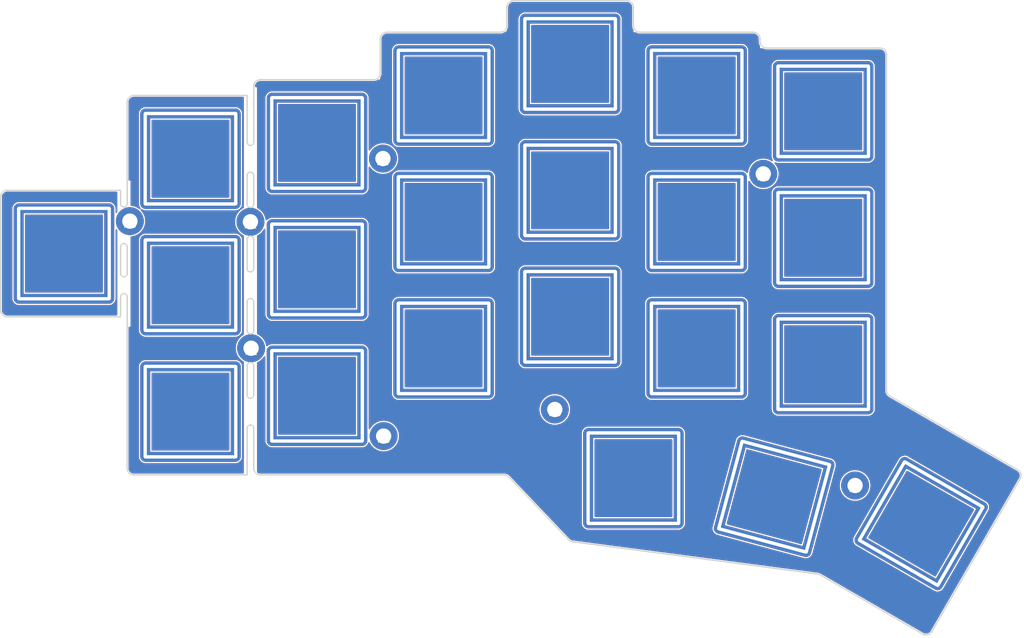
<source format=kicad_pcb>
(kicad_pcb (version 20211014) (generator pcbnew)
  (layers (0 "F.Cu" signal) (31 "B.Cu" signal) (34 "B.Paste" user) (35 "F.Paste" user) (36 "B.SilkS" user "B.Silkscreen") (37 "F.SilkS" user "F.Silkscreen") (38 "B.Mask" user) (39 "F.Mask" user) (44 "Edge.Cuts" user))
  (net 0 "")
  (footprint "kbd:SW_Hole_TH" (layer "F.Cu") (at 42.721463 76.099368)
    (fp_text reference "K18" hide)
    (fp_text value "KEYSW" hide)
    (pad "1" thru_hole oval (at 6.8 0) (size 1.5 15) (drill oval 0.5 14) (layers *.Cu *.Mask))
    (pad "1" thru_hole oval (at -6.8 0) (size 1.5 15) (drill oval 0.5 14) (layers *.Cu *.Mask))
    (pad "1" thru_hole oval (at 0 6.8 90) (size 1.5 15) (drill oval 0.5 14) (layers *.Cu *.Mask))
    (pad "1" thru_hole oval (at 0 -6.8 90) (size 1.5 15) (drill oval 0.5 14) (layers *.Cu *.Mask))
  )
  (footprint "kbd:SW_Hole_TH" (layer "F.Cu") (at 118.721463 47.599367)
    (fp_text reference "K21" hide)
    (fp_text value "KEYSW" hide)
    (pad "1" thru_hole oval (at -6.8 0) (size 1.5 15) (drill oval 0.5 14) (layers *.Cu *.Mask))
    (pad "1" thru_hole oval (at 6.8 0) (size 1.5 15) (drill oval 0.5 14) (layers *.Cu *.Mask))
    (pad "1" thru_hole oval (at 0 -6.8 90) (size 1.5 15) (drill oval 0.5 14) (layers *.Cu *.Mask))
    (pad "1" thru_hole oval (at 0 6.8 90) (size 1.5 15) (drill oval 0.5 14) (layers *.Cu *.Mask))
  )
  (footprint "kbd:SW_Hole_TH" (layer "F.Cu") (at 42.721463 57.099368)
    (fp_text reference "K14" hide)
    (fp_text value "KEYSW" hide)
    (pad "1" thru_hole oval (at 0 -6.8 90) (size 1.5 15) (drill oval 0.5 14) (layers *.Cu *.Mask))
    (pad "1" thru_hole oval (at 0 6.8 90) (size 1.5 15) (drill oval 0.5 14) (layers *.Cu *.Mask))
    (pad "1" thru_hole oval (at -6.8 0) (size 1.5 15) (drill oval 0.5 14) (layers *.Cu *.Mask))
    (pad "1" thru_hole oval (at 6.8 0) (size 1.5 15) (drill oval 0.5 14) (layers *.Cu *.Mask))
  )
  (footprint "kbd:SW_Hole_TH" (layer "F.Cu") (at 61.721463 35.724368)
    (fp_text reference "K13" hide)
    (fp_text value "KEYSW" hide)
    (pad "1" thru_hole oval (at 0 6.8 90) (size 1.5 15) (drill oval 0.5 14) (layers *.Cu *.Mask))
    (pad "1" thru_hole oval (at 0 -6.8 90) (size 1.5 15) (drill oval 0.5 14) (layers *.Cu *.Mask))
    (pad "1" thru_hole oval (at -6.8 0) (size 1.5 15) (drill oval 0.5 14) (layers *.Cu *.Mask))
    (pad "1" thru_hole oval (at 6.8 0) (size 1.5 15) (drill oval 0.5 14) (layers *.Cu *.Mask))
  )
  (footprint "kbd:SW_Hole_TH" (layer "F.Cu") (at 152.426296 92.925796 60)
    (fp_text reference "K22" hide)
    (fp_text value "KEYSW" hide)
    (pad "1" thru_hole oval (at -6.8 0 60) (size 1.5 15) (drill oval 0.5 14) (layers *.Cu *.Mask))
    (pad "1" thru_hole oval (at 0 -6.8 150) (size 1.5 15) (drill oval 0.5 14) (layers *.Cu *.Mask))
    (pad "1" thru_hole oval (at 0 6.8 150) (size 1.5 15) (drill oval 0.5 14) (layers *.Cu *.Mask))
    (pad "1" thru_hole oval (at 6.8 0 60) (size 1.5 15) (drill oval 0.5 14) (layers *.Cu *.Mask))
  )
  (footprint "kbd:M2_Hole_TH" (layer "F.Cu") (at 128.721463 40.374367)
    (fp_text reference "H8" (at 0 0.5) (layer "F.SilkS"))
    (fp_text value "MountingHole")
    (pad "" thru_hole circle (at 0 0) (size 4.2 4.2) (drill 2.3) (layers *.Cu *.Mask))
  )
  (footprint "kbd:SW_Hole_TH" (layer "F.Cu") (at 80.721463 66.599368)
    (fp_text reference "K9" hide)
    (fp_text value "KEYSW" hide)
    (pad "1" thru_hole oval (at -6.8 0) (size 1.5 15) (drill oval 0.5 14) (layers *.Cu *.Mask))
    (pad "1" thru_hole oval (at 0 -6.8 90) (size 1.5 15) (drill oval 0.5 14) (layers *.Cu *.Mask))
    (pad "1" thru_hole oval (at 0 6.8 90) (size 1.5 15) (drill oval 0.5 14) (layers *.Cu *.Mask))
    (pad "1" thru_hole oval (at 6.8 0) (size 1.5 15) (drill oval 0.5 14) (layers *.Cu *.Mask))
  )
  (footprint "kbd:M2_Hole_TH" (layer "F.Cu") (at 71.621463 38.074367)
    (fp_text reference "H4" (at 0 0.5) (layer "F.SilkS"))
    (fp_text value "MountingHole")
    (pad "" thru_hole circle (at 0 0) (size 4.2 4.2) (drill 2.3) (layers *.Cu *.Mask))
  )
  (footprint "kbd:SW_Hole_TH" (layer "F.Cu") (at 130.35654 88.881582 -15)
    (fp_text reference "K1" hide)
    (fp_text value "KEYSW" hide)
    (pad "1" thru_hole oval (at 0 -6.8 75) (size 1.5 15) (drill oval 0.5 14) (layers *.Cu *.Mask))
    (pad "1" thru_hole oval (at 0 6.8 75) (size 1.5 15) (drill oval 0.5 14) (layers *.Cu *.Mask))
    (pad "1" thru_hole oval (at -6.8 0 345) (size 1.5 15) (drill oval 0.5 14) (layers *.Cu *.Mask))
    (pad "1" thru_hole oval (at 6.8 0 345) (size 1.5 15) (drill oval 0.5 14) (layers *.Cu *.Mask))
  )
  (footprint "kbd:SW_Hole_TH" (layer "F.Cu") (at 99.721463 23.849368)
    (fp_text reference "K11" hide)
    (fp_text value "KEYSW" hide)
    (pad "1" thru_hole oval (at 0 -6.8 90) (size 1.5 15) (drill oval 0.5 14) (layers *.Cu *.Mask))
    (pad "1" thru_hole oval (at -6.8 0) (size 1.5 15) (drill oval 0.5 14) (layers *.Cu *.Mask))
    (pad "1" thru_hole oval (at 6.8 0) (size 1.5 15) (drill oval 0.5 14) (layers *.Cu *.Mask))
    (pad "1" thru_hole oval (at 0 6.8 90) (size 1.5 15) (drill oval 0.5 14) (layers *.Cu *.Mask))
  )
  (footprint "kbd:M2_Hole_TH" (layer "F.Cu") (at 51.821463 66.574367)
    (fp_text reference "H2" (at 0 0.5) (layer "F.SilkS"))
    (fp_text value "MountingHole")
    (pad "" thru_hole circle (at 0 0) (size 4.2 4.2) (drill 2.3) (layers *.Cu *.Mask))
  )
  (footprint "kbd:SW_Hole_TH" (layer "F.Cu") (at 42.721463 38.099368)
    (fp_text reference "K7" hide)
    (fp_text value "KEYSW" hide)
    (pad "1" thru_hole oval (at 0 -6.8 90) (size 1.5 15) (drill oval 0.5 14) (layers *.Cu *.Mask))
    (pad "1" thru_hole oval (at 0 6.8 90) (size 1.5 15) (drill oval 0.5 14) (layers *.Cu *.Mask))
    (pad "1" thru_hole oval (at -6.8 0) (size 1.5 15) (drill oval 0.5 14) (layers *.Cu *.Mask))
    (pad "1" thru_hole oval (at 6.8 0) (size 1.5 15) (drill oval 0.5 14) (layers *.Cu *.Mask))
  )
  (footprint "kbd:SW_Hole_TH" (layer "F.Cu") (at 118.721463 66.599367)
    (fp_text reference "K12" hide)
    (fp_text value "KEYSW" hide)
    (pad "1" thru_hole oval (at -6.8 0) (size 1.5 15) (drill oval 0.5 14) (layers *.Cu *.Mask))
    (pad "1" thru_hole oval (at 0 6.8 90) (size 1.5 15) (drill oval 0.5 14) (layers *.Cu *.Mask))
    (pad "1" thru_hole oval (at 0 -6.8 90) (size 1.5 15) (drill oval 0.5 14) (layers *.Cu *.Mask))
    (pad "1" thru_hole oval (at 6.8 0) (size 1.5 15) (drill oval 0.5 14) (layers *.Cu *.Mask))
  )
  (footprint "kbd:M2_Hole_TH" (layer "F.Cu") (at 33.621463 47.474367)
    (fp_text reference "H3" (at 0 0.5) (layer "F.SilkS"))
    (fp_text value "MountingHole")
    (pad "" thru_hole circle (at 0 0) (size 4.2 4.2) (drill 2.3) (layers *.Cu *.Mask))
  )
  (footprint "kbd:M2_Hole_TH" (layer "F.Cu") (at 51.721463 47.574367)
    (fp_text reference "H1" (at 0 0.5) (layer "F.SilkS"))
    (fp_text value "MountingHole")
    (pad "" thru_hole circle (at 0 0) (size 4.2 4.2) (drill 2.3) (layers *.Cu *.Mask))
  )
  (footprint "kbd:SW_Hole_TH" (layer "F.Cu") (at 118.721463 28.599367)
    (fp_text reference "K16" hide)
    (fp_text value "KEYSW" hide)
    (pad "1" thru_hole oval (at 0 6.8 90) (size 1.5 15) (drill oval 0.5 14) (layers *.Cu *.Mask))
    (pad "1" thru_hole oval (at -6.8 0) (size 1.5 15) (drill oval 0.5 14) (layers *.Cu *.Mask))
    (pad "1" thru_hole oval (at 0 -6.8 90) (size 1.5 15) (drill oval 0.5 14) (layers *.Cu *.Mask))
    (pad "1" thru_hole oval (at 6.8 0) (size 1.5 15) (drill oval 0.5 14) (layers *.Cu *.Mask))
  )
  (footprint "kbd:SW_Hole_TH" (layer "F.Cu") (at 80.721463 47.599368)
    (fp_text reference "K6" hide)
    (fp_text value "KEYSW" hide)
    (pad "1" thru_hole oval (at 6.8 0) (size 1.5 15) (drill oval 0.5 14) (layers *.Cu *.Mask))
    (pad "1" thru_hole oval (at 0 6.8 90) (size 1.5 15) (drill oval 0.5 14) (layers *.Cu *.Mask))
    (pad "1" thru_hole oval (at 0 -6.8 90) (size 1.5 15) (drill oval 0.5 14) (layers *.Cu *.Mask))
    (pad "1" thru_hole oval (at -6.8 0) (size 1.5 15) (drill oval 0.5 14) (layers *.Cu *.Mask))
  )
  (footprint "kbd:M2_Hole_TH" (layer "F.Cu") (at 97.421463 75.774367)
    (fp_text reference "H6" (at 0 0.5) (layer "F.SilkS"))
    (fp_text value "MountingHole")
    (pad "" thru_hole circle (at 0 0) (size 4.2 4.2) (drill 2.3) (layers *.Cu *.Mask))
  )
  (footprint "kbd:SW_Hole_TH" (layer "F.Cu") (at 109.221463 86.099097)
    (fp_text reference "K5" hide)
    (fp_text value "KEYSW" hide)
    (pad "1" thru_hole oval (at 0 6.8 90) (size 1.5 15) (drill oval 0.5 14) (layers *.Cu *.Mask))
    (pad "1" thru_hole oval (at -6.8 0) (size 1.5 15) (drill oval 0.5 14) (layers *.Cu *.Mask))
    (pad "1" thru_hole oval (at 6.8 0) (size 1.5 15) (drill oval 0.5 14) (layers *.Cu *.Mask))
    (pad "1" thru_hole oval (at 0 -6.8 90) (size 1.5 15) (drill oval 0.5 14) (layers *.Cu *.Mask))
  )
  (footprint "kbd:SW_Hole_TH" (layer "F.Cu") (at 137.721463 49.974367)
    (fp_text reference "K3" hide)
    (fp_text value "KEYSW" hide)
    (pad "1" thru_hole oval (at 6.8 0) (size 1.5 15) (drill oval 0.5 14) (layers *.Cu *.Mask))
    (pad "1" thru_hole oval (at -6.8 0) (size 1.5 15) (drill oval 0.5 14) (layers *.Cu *.Mask))
    (pad "1" thru_hole oval (at 0 6.8 90) (size 1.5 15) (drill oval 0.5 14) (layers *.Cu *.Mask))
    (pad "1" thru_hole oval (at 0 -6.8 90) (size 1.5 15) (drill oval 0.5 14) (layers *.Cu *.Mask))
  )
  (footprint "kbd:SW_Hole_TH" (layer "F.Cu") (at 23.721464 52.349367)
    (fp_text reference "K10" hide)
    (fp_text value "KEYSW" hide)
    (pad "1" thru_hole oval (at 0 -6.8 90) (size 1.5 15) (drill oval 0.5 14) (layers *.Cu *.Mask))
    (pad "1" thru_hole oval (at 6.8 0) (size 1.5 15) (drill oval 0.5 14) (layers *.Cu *.Mask))
    (pad "1" thru_hole oval (at 0 6.8 90) (size 1.5 15) (drill oval 0.5 14) (layers *.Cu *.Mask))
    (pad "1" thru_hole oval (at -6.8 0) (size 1.5 15) (drill oval 0.5 14) (layers *.Cu *.Mask))
  )
  (footprint "kbd:SW_Hole_TH" (layer "F.Cu") (at 99.721463 42.849368)
    (fp_text reference "K19" hide)
    (fp_text value "KEYSW" hide)
    (pad "1" thru_hole oval (at 6.8 0) (size 1.5 15) (drill oval 0.5 14) (layers *.Cu *.Mask))
    (pad "1" thru_hole oval (at -6.8 0) (size 1.5 15) (drill oval 0.5 14) (layers *.Cu *.Mask))
    (pad "1" thru_hole oval (at 0 -6.8 90) (size 1.5 15) (drill oval 0.5 14) (layers *.Cu *.Mask))
    (pad "1" thru_hole oval (at 0 6.8 90) (size 1.5 15) (drill oval 0.5 14) (layers *.Cu *.Mask))
  )
  (footprint "kbd:SW_Hole_TH" (layer "F.Cu") (at 61.721463 73.724368)
    (fp_text reference "K8" hide)
    (fp_text value "KEYSW" hide)
    (pad "1" thru_hole oval (at 6.8 0) (size 1.5 15) (drill oval 0.5 14) (layers *.Cu *.Mask))
    (pad "1" thru_hole oval (at 0 6.8 90) (size 1.5 15) (drill oval 0.5 14) (layers *.Cu *.Mask))
    (pad "1" thru_hole oval (at -6.8 0) (size 1.5 15) (drill oval 0.5 14) (layers *.Cu *.Mask))
    (pad "1" thru_hole oval (at 0 -6.8 90) (size 1.5 15) (drill oval 0.5 14) (layers *.Cu *.Mask))
  )
  (footprint "kbd:M2_Hole_TH" (layer "F.Cu") (at 71.721463 79.774367)
    (fp_text reference "H5" (at 0 0.5) (layer "F.SilkS"))
    (fp_text value "MountingHole")
    (pad "" thru_hole circle (at 0 0) (size 4.2 4.2) (drill 2.3) (layers *.Cu *.Mask))
  )
  (footprint "kbd:SW_Hole_TH" (layer "F.Cu") (at 137.721463 30.974367)
    (fp_text reference "K4" hide)
    (fp_text value "KEYSW" hide)
    (pad "1" thru_hole oval (at 0 6.8 90) (size 1.5 15) (drill oval 0.5 14) (layers *.Cu *.Mask))
    (pad "1" thru_hole oval (at -6.8 0) (size 1.5 15) (drill oval 0.5 14) (layers *.Cu *.Mask))
    (pad "1" thru_hole oval (at 0 -6.8 90) (size 1.5 15) (drill oval 0.5 14) (layers *.Cu *.Mask))
    (pad "1" thru_hole oval (at 6.8 0) (size 1.5 15) (drill oval 0.5 14) (layers *.Cu *.Mask))
  )
  (footprint "kbd:SW_Hole_TH" (layer "F.Cu") (at 137.721463 68.974367)
    (fp_text reference "K2" hide)
    (fp_text value "KEYSW" hide)
    (pad "1" thru_hole oval (at 6.8 0) (size 1.5 15) (drill oval 0.5 14) (layers *.Cu *.Mask))
    (pad "1" thru_hole oval (at -6.8 0) (size 1.5 15) (drill oval 0.5 14) (layers *.Cu *.Mask))
    (pad "1" thru_hole oval (at 0 -6.8 90) (size 1.5 15) (drill oval 0.5 14) (layers *.Cu *.Mask))
    (pad "1" thru_hole oval (at 0 6.8 90) (size 1.5 15) (drill oval 0.5 14) (layers *.Cu *.Mask))
  )
  (footprint "kbd:SW_Hole_TH" (layer "F.Cu") (at 99.721463 61.849368)
    (fp_text reference "K15" hide)
    (fp_text value "KEYSW" hide)
    (pad "1" thru_hole oval (at -6.8 0) (size 1.5 15) (drill oval 0.5 14) (layers *.Cu *.Mask))
    (pad "1" thru_hole oval (at 0 6.8 90) (size 1.5 15) (drill oval 0.5 14) (layers *.Cu *.Mask))
    (pad "1" thru_hole oval (at 6.8 0) (size 1.5 15) (drill oval 0.5 14) (layers *.Cu *.Mask))
    (pad "1" thru_hole oval (at 0 -6.8 90) (size 1.5 15) (drill oval 0.5 14) (layers *.Cu *.Mask))
  )
  (footprint "kbd:M2_Hole_TH" (layer "F.Cu") (at 142.507505 87.19918)
    (fp_text reference "H9" (at 0 0.5) (layer "F.SilkS"))
    (fp_text value "MountingHole")
    (pad "" thru_hole circle (at 0 0) (size 4.2 4.2) (drill 2.3) (layers *.Cu *.Mask))
  )
  (footprint "kbd:SW_Hole_TH" (layer "F.Cu") (at 61.721463 54.724368)
    (fp_text reference "K17" hide)
    (fp_text value "KEYSW" hide)
    (pad "1" thru_hole oval (at -6.8 0) (size 1.5 15) (drill oval 0.5 14) (layers *.Cu *.Mask))
    (pad "1" thru_hole oval (at 0 -6.8 90) (size 1.5 15) (drill oval 0.5 14) (layers *.Cu *.Mask))
    (pad "1" thru_hole oval (at 0 6.8 90) (size 1.5 15) (drill oval 0.5 14) (layers *.Cu *.Mask))
    (pad "1" thru_hole oval (at 6.8 0) (size 1.5 15) (drill oval 0.5 14) (layers *.Cu *.Mask))
  )
  (footprint "kbd:SW_Hole_TH" (layer "F.Cu") (at 80.721463 28.599368)
    (fp_text reference "K20" hide)
    (fp_text value "KEYSW" hide)
    (pad "1" thru_hole oval (at 0 -6.8 90) (size 1.5 15) (drill oval 0.5 14) (layers *.Cu *.Mask))
    (pad "1" thru_hole oval (at 0 6.8 90) (size 1.5 15) (drill oval 0.5 14) (layers *.Cu *.Mask))
    (pad "1" thru_hole oval (at 6.8 0) (size 1.5 15) (drill oval 0.5 14) (layers *.Cu *.Mask))
    (pad "1" thru_hole oval (at -6.8 0) (size 1.5 15) (drill oval 0.5 14) (layers *.Cu *.Mask))
  )
  (gr_arc (start 89.796623 85.599367) (mid 90.187009 85.679623) (end 90.514076 85.907372) (layer "Edge.Cuts") (width 0.2))
  (gr_arc (start 166.912511 84.834934) (mid 167.378437 85.442141) (end 167.278537 86.20096) (layer "Edge.Cuts") (width 0.2))
  (gr_arc (start 52.22149 44.924327) (mid 51.72149 45.424327) (end 51.22149 44.924327) (layer "Edge.Cuts") (width 0.2))
  (gr_arc (start 51.221463 59.599366) (mid 51.721463 59.099366) (end 52.221463 59.599366) (layer "Edge.Cuts") (width 0.2))
  (gr_line (start 51.221491 40.599328) (end 51.22149 44.924327) (layer "Edge.Cuts") (width 0.2))
  (gr_arc (start 90.221463 18.099368) (mid 89.92857 18.806475) (end 89.221463 19.099368) (layer "Edge.Cuts") (width 0.2))
  (gr_line (start 15.221464 42.849368) (end 32.221465 42.849368) (layer "Edge.Cuts") (width 0.2))
  (gr_line (start 32.221464 51.349368) (end 32.221464 55.349368) (layer "Edge.Cuts") (width 0.2))
  (gr_line (start 52.221463 35.599367) (end 52.221463 27.224367) (layer "Edge.Cuts") (width 0.2))
  (gr_line (start 99.480311 95.345258) (end 90.514076 85.907372) (layer "Edge.Cuts") (width 0.2))
  (gr_arc (start 51.221463 40.599367) (mid 51.721463 40.099367) (end 52.221463 40.599367) (layer "Edge.Cuts") (width 0.2))
  (gr_line (start 147.721463 73.754978) (end 166.912511 84.834934) (layer "Edge.Cuts") (width 0.2))
  (gr_line (start 147.221463 22.474368) (end 147.221463 72.888952) (layer "Edge.Cuts") (width 0.2))
  (gr_arc (start 33.221463 55.349368) (mid 32.721463 55.849368) (end 32.221463 55.349368) (layer "Edge.Cuts") (width 0.2))
  (gr_line (start 51.221463 28.599368) (end 51.221463 35.599367) (layer "Edge.Cuts") (width 0.2))
  (gr_line (start 32.221464 42.849368) (end 32.221464 44.849368) (layer "Edge.Cuts") (width 0.2))
  (gr_arc (start 71.221463 25.224368) (mid 70.92857 25.931475) (end 70.221463 26.224368) (layer "Edge.Cuts") (width 0.2))
  (gr_arc (start 52.221463 73.599366) (mid 51.721463 74.099366) (end 51.221463 73.599366) (layer "Edge.Cuts") (width 0.2))
  (gr_line (start 52.221463 84.599366) (end 52.221463 78.599366) (layer "Edge.Cuts") (width 0.2))
  (gr_arc (start 53.221463 85.599366) (mid 52.514356 85.306473) (end 52.221463 84.599366) (layer "Edge.Cuts") (width 0.2))
  (gr_line (start 71.221463 25.224368) (end 71.221463 20.099368) (layer "Edge.Cuts") (width 0.2))
  (gr_arc (start 146.221463 21.474368) (mid 146.92857 21.767261) (end 147.221463 22.474368) (layer "Edge.Cuts") (width 0.2))
  (gr_arc (start 108.221463 14.349368) (mid 108.92857 14.642261) (end 109.221463 15.349368) (layer "Edge.Cuts") (width 0.2))
  (gr_line (start 51.221491 54.599327) (end 51.22149 50.224327) (layer "Edge.Cuts") (width 0.2))
  (gr_line (start 110.221463 19.099367) (end 127.221463 19.099367) (layer "Edge.Cuts") (width 0.2))
  (gr_line (start 89.796623 85.599366) (end 53.221463 85.599366) (layer "Edge.Cuts") (width 0.2))
  (gr_line (start 152.662511 109.516658) (end 137.244527 100.615081) (layer "Edge.Cuts") (width 0.2))
  (gr_arc (start 110.221462 19.099368) (mid 109.514356 18.806474) (end 109.221463 18.099367) (layer "Edge.Cuts") (width 0.2))
  (gr_line (start 33.221463 84.609762) (end 33.221464 58.849368) (layer "Edge.Cuts") (width 0.2))
  (gr_arc (start 52.221463 54.599366) (mid 51.721463 55.099366) (end 51.221463 54.599366) (layer "Edge.Cuts") (width 0.2))
  (gr_line (start 51.22149 63.924327) (end 51.221491 59.599327) (layer "Edge.Cuts") (width 0.2))
  (gr_line (start 52.221491 54.599327) (end 52.22149 50.224327) (layer "Edge.Cuts") (width 0.2))
  (gr_arc (start 51.221463 78.599366) (mid 51.721463 78.099366) (end 52.221463 78.599366) (layer "Edge.Cuts") (width 0.2))
  (gr_arc (start 33.221464 44.849368) (mid 32.721464 45.349368) (end 32.221464 44.849368) (layer "Edge.Cuts") (width 0.2))
  (gr_line (start 51.221463 78.599366) (end 51.221463 85.599366) (layer "Edge.Cuts") (width 0.2))
  (gr_line (start 52.221491 73.599327) (end 52.22149 69.224327) (layer "Edge.Cuts") (width 0.2))
  (gr_arc (start 34.211068 85.599367) (mid 33.511312 85.309518) (end 33.221463 84.609762) (layer "Edge.Cuts") (width 0.2))
  (gr_line (start 51.221463 85.599366) (end 34.211068 85.599366) (layer "Edge.Cuts") (width 0.2))
  (gr_line (start 52.22149 63.924327) (end 52.221491 59.599327) (layer "Edge.Cuts") (width 0.2))
  (gr_arc (start 52.221463 27.224368) (mid 52.514356 26.517261) (end 53.221463 26.224368) (layer "Edge.Cuts") (width 0.2))
  (gr_arc (start 52.22149 63.924327) (mid 51.72149 64.424327) (end 51.22149 63.924327) (layer "Edge.Cuts") (width 0.2))
  (gr_line (start 53.221463 26.224368) (end 70.221463 26.224368) (layer "Edge.Cuts") (width 0.2))
  (gr_line (start 14.221465 60.849368) (end 14.221465 43.849369) (layer "Edge.Cuts") (width 0.2))
  (gr_arc (start 15.221464 61.849367) (mid 14.514358 61.556474) (end 14.221465 60.849368) (layer "Edge.Cuts") (width 0.2))
  (gr_arc (start 14.221465 43.849369) (mid 14.514358 43.142262) (end 15.221464 42.849368) (layer "Edge.Cuts") (width 0.2))
  (gr_line (start 32.221464 58.849368) (end 32.221464 61.849368) (layer "Edge.Cuts") (width 0.2))
  (gr_arc (start 129.221463 21.474367) (mid 128.514356 21.181474) (end 128.221463 20.474367) (layer "Edge.Cuts") (width 0.2))
  (gr_arc (start 90.221463 15.349368) (mid 90.514356 14.642261) (end 91.221463 14.349368) (layer "Edge.Cuts") (width 0.2))
  (gr_arc (start 127.221463 19.099367) (mid 127.92857 19.39226) (end 128.221463 20.099367) (layer "Edge.Cuts") (width 0.2))
  (gr_arc (start 100.068595 95.644797) (mid 99.748739 95.545528) (end 99.480311 95.345258) (layer "Edge.Cuts") (width 0.2))
  (gr_line (start 136.878894 100.490965) (end 100.068595 95.644797) (layer "Edge.Cuts") (width 0.2))
  (gr_line (start 33.221464 44.849368) (end 33.221464 29.599368) (layer "Edge.Cuts") (width 0.2))
  (gr_line (start 33.221463 55.349368) (end 33.221463 51.349368) (layer "Edge.Cuts") (width 0.2))
  (gr_line (start 109.221463 15.349368) (end 109.221463 18.099367) (layer "Edge.Cuts") (width 0.2))
  (gr_line (start 128.221463 20.099367) (end 128.221463 20.474367) (layer "Edge.Cuts") (width 0.2))
  (gr_arc (start 33.221464 29.599368) (mid 33.514357 28.892261) (end 34.221464 28.599368) (layer "Edge.Cuts") (width 0.2))
  (gr_line (start 129.221463 21.474367) (end 146.221463 21.474368) (layer "Edge.Cuts") (width 0.2))
  (gr_line (start 167.278537 86.20096) (end 154.028537 109.150633) (layer "Edge.Cuts") (width 0.2))
  (gr_arc (start 52.221463 35.599367) (mid 51.721463 36.099367) (end 51.221463 35.599367) (layer "Edge.Cuts") (width 0.2))
  (gr_arc (start 136.878894 100.490965) (mid 137.067823 100.535017) (end 137.244527 100.615081) (layer "Edge.Cuts") (width 0.2))
  (gr_arc (start 147.721463 73.754977) (mid 147.355438 73.388952) (end 147.221463 72.888952) (layer "Edge.Cuts") (width 0.2))
  (gr_arc (start 32.221462 51.349368) (mid 32.721462 50.849368) (end 33.221462 51.349368) (layer "Edge.Cuts") (width 0.2))
  (gr_arc (start 32.221464 58.849368) (mid 32.721464 58.349368) (end 33.221464 58.849368) (layer "Edge.Cuts") (width 0.2))
  (gr_arc (start 51.22149 50.224327) (mid 51.72149 49.724327) (end 52.22149 50.224327) (layer "Edge.Cuts") (width 0.2))
  (gr_arc (start 71.221462 20.099368) (mid 71.514356 19.392261) (end 72.221463 19.099367) (layer "Edge.Cuts") (width 0.2))
  (gr_line (start 90.221463 18.099368) (end 90.221463 15.349368) (layer "Edge.Cuts") (width 0.2))
  (gr_line (start 32.221464 61.849368) (end 15.221464 61.849368) (layer "Edge.Cuts") (width 0.2))
  (gr_arc (start 51.22149 69.224327) (mid 51.72149 68.724327) (end 52.22149 69.224327) (layer "Edge.Cuts") (width 0.2))
  (gr_line (start 52.221491 40.599328) (end 52.22149 44.924327) (layer "Edge.Cuts") (width 0.2))
  (gr_line (start 91.221463 14.349368) (end 108.221463 14.349368) (layer "Edge.Cuts") (width 0.2))
  (gr_line (start 72.221463 19.099367) (end 89.221463 19.099368) (layer "Edge.Cuts") (width 0.2))
  (gr_line (start 51.22149 69.224327) (end 51.221491 73.599327) (layer "Edge.Cuts") (width 0.2))
  (gr_arc (start 154.028536 109.150633) (mid 153.42133 109.616559) (end 152.662511 109.516658) (layer "Edge.Cuts") (width 0.2))
  (gr_line (start 34.221464 28.599368) (end 51.221463 28.599368) (layer "Edge.Cuts") (width 0.2))
  (zone (net 0) (net_name "") (layers F&B.Cu) (priority 1) (connect_pads (clearance 0.2)) (min_thickness 0.25) (fill yes (thermal_gap 0.5) (thermal_bridge_width 0.5))
    (polygon (pts (xy 109.221463 19.104952) (xy 128.221463 19.104952) (xy 128.221463 21.504952) (xy 147.221463 21.504952) (xy 147.221463 23.804952) (xy 147.721464 73.349367) (xy 167.821463 85.204952) (xy 153.421463 109.904952) (xy 137.021463 100.504952) (xy 99.721463 95.504952) (xy 90.121463 85.504952) (xy 33.221463 85.604952) (xy 33.221463 61.804952) (xy 14.121463 61.804952) (xy 14.221463 42.904952) (xy 33.221463 42.804952) (xy 33.221463 28.504952) (xy 52.221463 28.504952) (xy 52.221463 26.204952) (xy 71.221463 26.204952) (xy 71.221463 19.004952) (xy 90.221463 19.004952) (xy 90.221463 14.304952) (xy 109.221463 14.304952)))
  )
  (zone (net 0) (net_name "") (layers F&B.Cu) (connect_pads (clearance 0)) (min_thickness 0.254)
    (keepout (tracks not_allowed) (vias not_allowed) (pads not_allowed) (copperpour not_allowed) (footprints allowed))
    (fill (thermal_gap 0.508) (thermal_bridge_width 0.508))
    (polygon (pts (xy 52.721463 86.099367) (xy 50.721463 86.099367) (xy 50.721463 27.349367) (xy 52.721463 27.349367)))
  )
  (zone (net 0) (net_name "") (layers F&B.Cu) (connect_pads (clearance 0)) (min_thickness 0.254)
    (keepout (tracks not_allowed) (vias not_allowed) (pads not_allowed) (copperpour not_allowed) (footprints allowed))
    (fill (thermal_gap 0.508) (thermal_bridge_width 0.508))
    (polygon (pts (xy 33.721463 63.349367) (xy 31.721463 63.349367) (xy 31.721463 41.849367) (xy 33.721463 41.349367)))
  )
)
</source>
